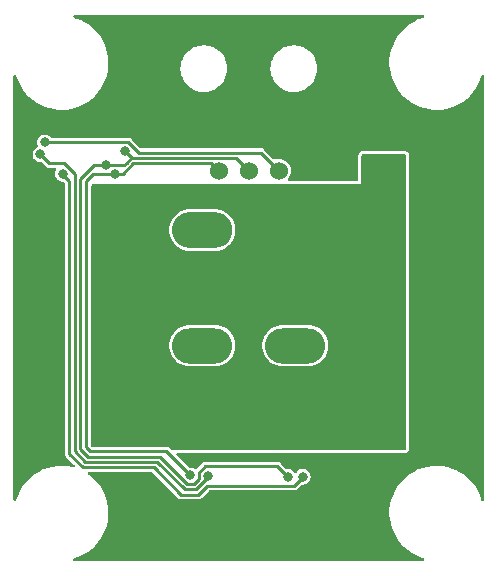
<source format=gbr>
%TF.GenerationSoftware,KiCad,Pcbnew,7.0.7*%
%TF.CreationDate,2023-11-05T22:28:57-06:00*%
%TF.ProjectId,BrushedMOCO_Breakout,42727573-6865-4644-9d4f-434f5f427265,rev?*%
%TF.SameCoordinates,Original*%
%TF.FileFunction,Copper,L2,Bot*%
%TF.FilePolarity,Positive*%
%FSLAX46Y46*%
G04 Gerber Fmt 4.6, Leading zero omitted, Abs format (unit mm)*
G04 Created by KiCad (PCBNEW 7.0.7) date 2023-11-05 22:28:57*
%MOMM*%
%LPD*%
G01*
G04 APERTURE LIST*
%TA.AperFunction,ComponentPad*%
%ADD10C,1.524000*%
%TD*%
%TA.AperFunction,ComponentPad*%
%ADD11R,1.600000X1.600000*%
%TD*%
%TA.AperFunction,ComponentPad*%
%ADD12C,1.600000*%
%TD*%
%TA.AperFunction,ComponentPad*%
%ADD13O,5.100000X3.000000*%
%TD*%
%TA.AperFunction,ViaPad*%
%ADD14C,0.800000*%
%TD*%
%TA.AperFunction,Conductor*%
%ADD15C,0.254000*%
%TD*%
G04 APERTURE END LIST*
D10*
%TO.P,Conn3,1*%
%TO.N,PWM_RVS*%
X118999000Y-90678000D03*
%TO.P,Conn3,2*%
%TO.N,PWM_FWD*%
X121539000Y-90678000D03*
%TO.P,Conn3,3*%
%TO.N,+3V3*%
X124079000Y-90678000D03*
%TD*%
D11*
%TO.P,C1,1*%
%TO.N,+12V*%
X132842000Y-90424000D03*
D12*
%TO.P,C1,2*%
%TO.N,GND*%
X132842000Y-87924000D03*
%TD*%
D13*
%TO.P,Conn1,1,GND*%
%TO.N,GND*%
X117602000Y-95693200D03*
%TO.P,Conn1,2,V+Log*%
%TO.N,+12V*%
X125476000Y-95693200D03*
%TD*%
%TO.P,Conn2,1,GND*%
%TO.N,/M+*%
X125476000Y-105474800D03*
%TO.P,Conn2,2,V+Log*%
%TO.N,/M-*%
X117602000Y-105474800D03*
%TD*%
D14*
%TO.N,GND*%
X127381000Y-116586000D03*
%TO.N,PWM_FWD*%
X111025500Y-88991500D03*
X124841000Y-116586000D03*
X109474000Y-90170000D03*
%TO.N,PWM_RVS*%
X116586000Y-116459000D03*
X110236000Y-90932000D03*
%TO.N,+3V3*%
X104267000Y-88265000D03*
%TO.N,+12V*%
X116205000Y-113160000D03*
X129921000Y-109982000D03*
X133731000Y-113538000D03*
X131191000Y-113538000D03*
X113157000Y-113538000D03*
X131191000Y-109982000D03*
X129921000Y-113538000D03*
X111887000Y-113538000D03*
X133731000Y-109982000D03*
X109347000Y-113538000D03*
X111887000Y-109982000D03*
X123063000Y-113160000D03*
X113157000Y-109982000D03*
X132461000Y-113538000D03*
X110617000Y-109982000D03*
X132461000Y-109982000D03*
X109347000Y-109982000D03*
X110617000Y-113538000D03*
%TO.N,Net-(U3-LIN)*%
X103886000Y-89281000D03*
X118110000Y-116516786D03*
%TO.N,Net-(U2-LIN)*%
X105791000Y-90932000D03*
X126111000Y-116586000D03*
%TD*%
D15*
%TO.N,PWM_FWD*%
X111623000Y-89589000D02*
X120450000Y-89589000D01*
X116887134Y-117186000D02*
X117313000Y-116760134D01*
X116284866Y-117186000D02*
X116887134Y-117186000D01*
X109474000Y-90170000D02*
X108450948Y-90170000D01*
X110998000Y-90170000D02*
X111188500Y-89979500D01*
X111579000Y-89589000D02*
X111188500Y-89979500D01*
X120450000Y-89589000D02*
X121539000Y-90678000D01*
X109474000Y-90170000D02*
X110998000Y-90170000D01*
X111623000Y-89589000D02*
X111579000Y-89589000D01*
X117313000Y-116240000D02*
X117856000Y-115697000D01*
X117313000Y-116760134D02*
X117313000Y-116240000D01*
X111025500Y-88991500D02*
X111623000Y-89589000D01*
X117856000Y-115697000D02*
X123952000Y-115697000D01*
X123952000Y-115697000D02*
X124841000Y-116586000D01*
X107888948Y-114881000D02*
X113979866Y-114881000D01*
X107261000Y-114253053D02*
X107888948Y-114881000D01*
X107261000Y-91359948D02*
X107261000Y-114253053D01*
X113979866Y-114881000D02*
X116284866Y-117186000D01*
X108450948Y-90170000D02*
X107261000Y-91359948D01*
%TO.N,PWM_RVS*%
X108077000Y-114427000D02*
X114554000Y-114427000D01*
X110878052Y-90932000D02*
X111767052Y-90043000D01*
X110236000Y-90932000D02*
X108331000Y-90932000D01*
X107715000Y-114065000D02*
X108077000Y-114427000D01*
X107715000Y-91548000D02*
X107715000Y-114065000D01*
X110236000Y-90932000D02*
X110878052Y-90932000D01*
X114554000Y-114427000D02*
X116586000Y-116459000D01*
X118364000Y-90043000D02*
X118999000Y-90678000D01*
X111767052Y-90043000D02*
X118364000Y-90043000D01*
X108331000Y-90932000D02*
X107715000Y-91548000D01*
%TO.N,+3V3*%
X104267000Y-88265000D02*
X106807000Y-88265000D01*
X112197134Y-89135000D02*
X122536000Y-89135000D01*
X111326634Y-88264500D02*
X112197134Y-89135000D01*
X106807500Y-88264500D02*
X111326634Y-88264500D01*
X122536000Y-89135000D02*
X124079000Y-90678000D01*
X106807000Y-88265000D02*
X106807500Y-88264500D01*
%TO.N,Net-(U3-LIN)*%
X107701079Y-115335186D02*
X113792000Y-115335186D01*
X106807000Y-114441106D02*
X107701079Y-115335186D01*
X105930134Y-90043000D02*
X106807000Y-90919866D01*
X113792000Y-115335186D02*
X116096814Y-117640000D01*
X106807000Y-90919866D02*
X106807000Y-114441106D01*
X117075187Y-117640000D02*
X118110000Y-116605187D01*
X118110000Y-116605187D02*
X118110000Y-116516786D01*
X103886000Y-89281000D02*
X104648000Y-90043000D01*
X104648000Y-90043000D02*
X105930134Y-90043000D01*
X116096814Y-117640000D02*
X117075187Y-117640000D01*
%TO.N,Net-(U2-LIN)*%
X106353000Y-114629158D02*
X106353000Y-91567000D01*
X106353000Y-91567000D02*
X105791000Y-91005000D01*
X105791000Y-91005000D02*
X105791000Y-90932000D01*
X126111000Y-116586000D02*
X125349000Y-117348000D01*
X113495948Y-115789000D02*
X107512842Y-115789000D01*
X117263239Y-118094000D02*
X115800948Y-118094000D01*
X118009239Y-117348000D02*
X117263239Y-118094000D01*
X107512842Y-115789000D02*
X106353000Y-114629158D01*
X125349000Y-117348000D02*
X118009239Y-117348000D01*
X115800948Y-118094000D02*
X113495948Y-115789000D01*
%TD*%
%TA.AperFunction,Conductor*%
%TO.N,GND*%
G36*
X136346238Y-77490185D02*
G01*
X136391993Y-77542989D01*
X136401937Y-77612147D01*
X136372912Y-77675703D01*
X136314134Y-77713477D01*
X136309797Y-77714666D01*
X136241272Y-77732114D01*
X135868549Y-77867774D01*
X135511191Y-78039869D01*
X135172753Y-78246684D01*
X135172742Y-78246692D01*
X134856575Y-78486180D01*
X134856572Y-78486182D01*
X134565813Y-78755968D01*
X134303365Y-79053359D01*
X134071839Y-79375393D01*
X134071826Y-79375413D01*
X133873516Y-79718896D01*
X133710382Y-80080437D01*
X133584059Y-80456419D01*
X133495799Y-80843111D01*
X133446478Y-81236681D01*
X133436590Y-81633173D01*
X133436590Y-81633187D01*
X133466230Y-82028711D01*
X133466231Y-82028724D01*
X133535108Y-82419339D01*
X133642530Y-82801137D01*
X133642534Y-82801151D01*
X133787435Y-83170353D01*
X133787440Y-83170365D01*
X133968386Y-83523314D01*
X133968397Y-83523333D01*
X133978385Y-83538797D01*
X134183586Y-83856509D01*
X134252018Y-83942320D01*
X134430895Y-84166625D01*
X134707823Y-84450544D01*
X134707833Y-84450554D01*
X135011676Y-84705508D01*
X135339394Y-84928942D01*
X135687730Y-85118636D01*
X136053223Y-85272704D01*
X136053232Y-85272706D01*
X136053238Y-85272709D01*
X136432235Y-85389614D01*
X136432248Y-85389617D01*
X136820999Y-85468205D01*
X136821014Y-85468208D01*
X137159299Y-85502058D01*
X137215680Y-85507700D01*
X137215681Y-85507700D01*
X137513103Y-85507700D01*
X137711130Y-85497816D01*
X137810145Y-85492875D01*
X138202353Y-85433759D01*
X138586726Y-85335886D01*
X138959445Y-85200228D01*
X139316803Y-85028133D01*
X139655251Y-84821312D01*
X139971424Y-84581820D01*
X140262181Y-84312037D01*
X140524631Y-84014645D01*
X140756166Y-83692600D01*
X140954485Y-83349101D01*
X141117617Y-82987563D01*
X141235957Y-82635340D01*
X141275968Y-82578061D01*
X141340594Y-82551506D01*
X141409318Y-82564107D01*
X141460321Y-82611862D01*
X141477500Y-82674833D01*
X141477500Y-118506243D01*
X141457815Y-118573282D01*
X141405011Y-118619037D01*
X141335853Y-118628981D01*
X141272297Y-118599956D01*
X141234523Y-118541178D01*
X141234135Y-118539827D01*
X141185469Y-118366862D01*
X141185465Y-118366848D01*
X141040564Y-117997646D01*
X141040559Y-117997634D01*
X140859613Y-117644685D01*
X140859609Y-117644677D01*
X140644414Y-117311491D01*
X140397114Y-117001386D01*
X140397111Y-117001383D01*
X140397104Y-117001374D01*
X140120176Y-116717455D01*
X140120173Y-116717452D01*
X140120172Y-116717451D01*
X140120167Y-116717446D01*
X139816324Y-116462492D01*
X139664535Y-116359004D01*
X139488605Y-116239057D01*
X139362713Y-116170500D01*
X139140270Y-116049364D01*
X139140262Y-116049360D01*
X139140259Y-116049359D01*
X138774777Y-115895296D01*
X138774761Y-115895290D01*
X138395764Y-115778385D01*
X138395751Y-115778382D01*
X138007000Y-115699794D01*
X138006979Y-115699791D01*
X137612320Y-115660300D01*
X137612319Y-115660300D01*
X137314899Y-115660300D01*
X137314897Y-115660300D01*
X137017855Y-115675124D01*
X136625647Y-115734241D01*
X136241272Y-115832114D01*
X135868549Y-115967774D01*
X135511191Y-116139869D01*
X135172753Y-116346684D01*
X135172742Y-116346692D01*
X134856575Y-116586180D01*
X134856572Y-116586182D01*
X134565813Y-116855968D01*
X134303365Y-117153359D01*
X134071839Y-117475393D01*
X134071826Y-117475413D01*
X133873516Y-117818896D01*
X133710382Y-118180437D01*
X133584059Y-118556419D01*
X133495799Y-118943111D01*
X133446478Y-119336681D01*
X133436590Y-119733173D01*
X133436590Y-119733187D01*
X133466230Y-120128711D01*
X133466231Y-120128724D01*
X133535108Y-120519339D01*
X133642530Y-120901137D01*
X133642534Y-120901151D01*
X133787435Y-121270353D01*
X133787440Y-121270365D01*
X133968386Y-121623314D01*
X133968391Y-121623323D01*
X134183586Y-121956509D01*
X134430886Y-122266614D01*
X134430895Y-122266625D01*
X134707823Y-122550544D01*
X134707833Y-122550554D01*
X135011676Y-122805508D01*
X135339394Y-123028942D01*
X135687730Y-123218636D01*
X136053223Y-123372704D01*
X136053232Y-123372706D01*
X136053238Y-123372709D01*
X136320048Y-123455009D01*
X136378307Y-123493579D01*
X136406464Y-123557524D01*
X136395581Y-123626541D01*
X136349113Y-123678717D01*
X136283498Y-123697500D01*
X106798801Y-123697500D01*
X106731762Y-123677815D01*
X106686007Y-123625011D01*
X106676063Y-123555853D01*
X106705088Y-123492297D01*
X106763866Y-123454523D01*
X106768203Y-123453334D01*
X106836726Y-123435886D01*
X107209445Y-123300228D01*
X107566803Y-123128133D01*
X107905251Y-122921312D01*
X108221424Y-122681820D01*
X108512181Y-122412037D01*
X108774631Y-122114645D01*
X109006166Y-121792600D01*
X109204485Y-121449101D01*
X109367617Y-121087563D01*
X109493941Y-120711578D01*
X109582201Y-120324885D01*
X109631521Y-119931325D01*
X109636462Y-119733173D01*
X109641409Y-119534826D01*
X109641409Y-119534810D01*
X109641408Y-119534809D01*
X109611769Y-119139280D01*
X109542893Y-118748668D01*
X109506420Y-118619037D01*
X109466405Y-118476815D01*
X109435467Y-118366854D01*
X109431188Y-118355952D01*
X109290564Y-117997646D01*
X109290559Y-117997634D01*
X109109613Y-117644685D01*
X109109609Y-117644677D01*
X108894414Y-117311491D01*
X108647114Y-117001386D01*
X108647111Y-117001383D01*
X108647104Y-117001374D01*
X108370176Y-116717455D01*
X108370173Y-116717452D01*
X108370172Y-116717451D01*
X108370167Y-116717446D01*
X108066324Y-116462492D01*
X107970196Y-116396953D01*
X107925896Y-116342925D01*
X107917836Y-116273522D01*
X107948579Y-116210779D01*
X108008363Y-116174617D01*
X108040049Y-116170500D01*
X113286564Y-116170500D01*
X113353603Y-116190185D01*
X113374245Y-116206819D01*
X115494110Y-118326684D01*
X115510237Y-118346543D01*
X115516384Y-118355952D01*
X115516386Y-118355954D01*
X115516387Y-118355955D01*
X115516388Y-118355956D01*
X115544904Y-118378150D01*
X115550656Y-118383230D01*
X115553539Y-118386113D01*
X115572837Y-118399891D01*
X115616863Y-118434158D01*
X115616865Y-118434158D01*
X115623887Y-118437959D01*
X115631073Y-118441471D01*
X115631078Y-118441475D01*
X115684537Y-118457390D01*
X115737287Y-118475500D01*
X115737288Y-118475500D01*
X115745170Y-118476815D01*
X115753105Y-118477804D01*
X115753106Y-118477805D01*
X115753106Y-118477804D01*
X115753107Y-118477805D01*
X115780968Y-118476652D01*
X115808832Y-118475500D01*
X117210812Y-118475500D01*
X117236257Y-118478139D01*
X117240200Y-118478965D01*
X117247256Y-118480445D01*
X117265815Y-118478131D01*
X117283105Y-118475977D01*
X117290781Y-118475500D01*
X117294847Y-118475500D01*
X117294850Y-118475500D01*
X117318243Y-118471596D01*
X117373599Y-118464696D01*
X117381252Y-118462416D01*
X117388821Y-118459818D01*
X117388825Y-118459818D01*
X117437880Y-118433270D01*
X117487985Y-118408776D01*
X117487986Y-118408774D01*
X117494502Y-118404122D01*
X117500797Y-118399223D01*
X117500798Y-118399221D01*
X117500801Y-118399220D01*
X117538580Y-118358180D01*
X118130941Y-117765819D01*
X118192265Y-117732334D01*
X118218623Y-117729500D01*
X125296573Y-117729500D01*
X125322018Y-117732139D01*
X125325961Y-117732965D01*
X125333017Y-117734445D01*
X125351576Y-117732131D01*
X125368866Y-117729977D01*
X125376542Y-117729500D01*
X125380608Y-117729500D01*
X125380611Y-117729500D01*
X125404004Y-117725596D01*
X125459360Y-117718696D01*
X125467013Y-117716416D01*
X125474582Y-117713818D01*
X125474586Y-117713818D01*
X125523641Y-117687270D01*
X125573746Y-117662776D01*
X125573747Y-117662774D01*
X125580263Y-117658122D01*
X125586558Y-117653223D01*
X125586559Y-117653221D01*
X125586562Y-117653220D01*
X125624341Y-117612180D01*
X125959702Y-117276819D01*
X126021025Y-117243334D01*
X126047383Y-117240500D01*
X126190472Y-117240500D01*
X126241911Y-117227820D01*
X126344793Y-117202463D01*
X126485529Y-117128599D01*
X126604498Y-117023201D01*
X126694787Y-116892395D01*
X126751149Y-116743782D01*
X126770307Y-116586000D01*
X126751149Y-116428218D01*
X126694787Y-116279605D01*
X126604498Y-116148799D01*
X126604495Y-116148796D01*
X126604493Y-116148794D01*
X126485530Y-116043401D01*
X126344791Y-115969536D01*
X126190472Y-115931500D01*
X126190471Y-115931500D01*
X126031529Y-115931500D01*
X126031528Y-115931500D01*
X125877208Y-115969536D01*
X125736469Y-116043401D01*
X125617506Y-116148794D01*
X125617500Y-116148801D01*
X125578050Y-116205955D01*
X125523767Y-116249945D01*
X125454318Y-116257605D01*
X125391754Y-116226501D01*
X125373950Y-116205955D01*
X125334499Y-116148801D01*
X125334498Y-116148799D01*
X125334495Y-116148796D01*
X125334493Y-116148794D01*
X125215530Y-116043401D01*
X125074791Y-115969536D01*
X124920472Y-115931500D01*
X124920471Y-115931500D01*
X124777384Y-115931500D01*
X124710345Y-115911815D01*
X124689703Y-115895181D01*
X124258833Y-115464310D01*
X124242705Y-115444450D01*
X124236560Y-115435044D01*
X124208049Y-115412853D01*
X124202287Y-115407764D01*
X124199409Y-115404886D01*
X124180099Y-115391099D01*
X124158091Y-115373970D01*
X124136086Y-115356842D01*
X124129070Y-115353045D01*
X124121872Y-115349526D01*
X124121870Y-115349525D01*
X124121867Y-115349524D01*
X124068413Y-115333609D01*
X124015662Y-115315499D01*
X124007779Y-115314184D01*
X123999839Y-115313194D01*
X123946167Y-115315415D01*
X123944116Y-115315500D01*
X117908427Y-115315500D01*
X117882982Y-115312861D01*
X117871984Y-115310555D01*
X117871980Y-115310555D01*
X117836134Y-115315023D01*
X117828458Y-115315500D01*
X117824389Y-115315500D01*
X117816590Y-115316801D01*
X117800993Y-115319403D01*
X117745644Y-115326302D01*
X117737966Y-115328588D01*
X117730413Y-115331181D01*
X117681359Y-115357728D01*
X117631252Y-115382225D01*
X117624742Y-115386872D01*
X117618435Y-115391781D01*
X117580659Y-115432818D01*
X117114386Y-115899089D01*
X117053063Y-115932574D01*
X116983371Y-115927590D01*
X116967477Y-115919302D01*
X116967171Y-115919887D01*
X116819791Y-115842536D01*
X116665472Y-115804500D01*
X116665471Y-115804500D01*
X116522384Y-115804500D01*
X116455345Y-115784815D01*
X116434703Y-115768181D01*
X115437704Y-114771181D01*
X115404219Y-114709858D01*
X115409203Y-114640166D01*
X115451075Y-114584233D01*
X115516539Y-114559816D01*
X115525385Y-114559500D01*
X134749991Y-114559500D01*
X134750000Y-114559500D01*
X134805163Y-114553569D01*
X134841877Y-114545581D01*
X134856684Y-114542361D01*
X134856683Y-114542361D01*
X134870332Y-114538615D01*
X134883461Y-114535014D01*
X134971448Y-114484911D01*
X135024252Y-114439156D01*
X135056371Y-114405869D01*
X135103303Y-114316151D01*
X135122988Y-114249112D01*
X135133500Y-114176000D01*
X135133500Y-89405000D01*
X135127569Y-89349837D01*
X135116363Y-89298326D01*
X135116361Y-89298317D01*
X135116360Y-89298316D01*
X135109013Y-89271536D01*
X135081239Y-89222763D01*
X135058911Y-89183552D01*
X135013156Y-89130748D01*
X134979869Y-89098629D01*
X134890151Y-89051697D01*
X134890150Y-89051696D01*
X134890147Y-89051695D01*
X134823117Y-89032013D01*
X134823105Y-89032010D01*
X134750001Y-89021500D01*
X134750000Y-89021500D01*
X131188000Y-89021500D01*
X131187991Y-89021500D01*
X131132838Y-89027430D01*
X131081316Y-89038639D01*
X131081317Y-89038639D01*
X131054536Y-89045986D01*
X130966553Y-89096088D01*
X130935244Y-89123218D01*
X130913748Y-89141844D01*
X130896563Y-89159653D01*
X130881630Y-89175129D01*
X130834695Y-89264852D01*
X130815013Y-89331882D01*
X130815010Y-89331894D01*
X130804500Y-89404998D01*
X130804500Y-91437500D01*
X130784815Y-91504539D01*
X130732011Y-91550294D01*
X130680500Y-91561500D01*
X124931095Y-91561500D01*
X124864056Y-91541815D01*
X124818301Y-91489011D01*
X124808357Y-91419853D01*
X124835241Y-91358836D01*
X124838430Y-91354949D01*
X124928278Y-91245469D01*
X125022667Y-91068880D01*
X125080792Y-90877269D01*
X125100418Y-90678000D01*
X125080792Y-90478731D01*
X125022667Y-90287120D01*
X125018046Y-90278475D01*
X124928281Y-90110536D01*
X124928280Y-90110534D01*
X124928278Y-90110531D01*
X124843165Y-90006819D01*
X124801252Y-89955747D01*
X124690406Y-89864780D01*
X124646469Y-89828722D01*
X124646465Y-89828720D01*
X124646463Y-89828718D01*
X124469881Y-89734333D01*
X124278271Y-89676208D01*
X124079000Y-89656582D01*
X123879732Y-89676207D01*
X123749064Y-89715845D01*
X123679197Y-89716468D01*
X123625388Y-89684865D01*
X122842833Y-88902310D01*
X122826705Y-88882450D01*
X122826060Y-88881463D01*
X122820560Y-88873044D01*
X122792049Y-88850853D01*
X122786287Y-88845764D01*
X122783409Y-88842886D01*
X122764099Y-88829099D01*
X122742092Y-88811970D01*
X122720086Y-88794842D01*
X122713070Y-88791045D01*
X122705872Y-88787526D01*
X122705870Y-88787525D01*
X122705867Y-88787524D01*
X122652413Y-88771609D01*
X122599662Y-88753499D01*
X122591779Y-88752184D01*
X122583839Y-88751194D01*
X122530167Y-88753415D01*
X122528116Y-88753500D01*
X112406518Y-88753500D01*
X112339479Y-88733815D01*
X112318837Y-88717181D01*
X111633467Y-88031810D01*
X111617339Y-88011950D01*
X111611194Y-88002544D01*
X111582683Y-87980353D01*
X111576921Y-87975264D01*
X111574043Y-87972386D01*
X111554733Y-87958599D01*
X111532726Y-87941470D01*
X111510720Y-87924342D01*
X111503704Y-87920545D01*
X111496506Y-87917026D01*
X111496504Y-87917025D01*
X111496501Y-87917024D01*
X111443047Y-87901109D01*
X111390296Y-87882999D01*
X111382413Y-87881684D01*
X111374473Y-87880694D01*
X111320801Y-87882915D01*
X111318750Y-87883000D01*
X106859927Y-87883000D01*
X106834482Y-87880361D01*
X106823484Y-87878055D01*
X106823480Y-87878055D01*
X106787634Y-87882523D01*
X106779958Y-87883000D01*
X106775888Y-87883000D01*
X106772409Y-87883288D01*
X106767288Y-87883500D01*
X104864026Y-87883500D01*
X104796987Y-87863815D01*
X104765519Y-87833369D01*
X104765471Y-87833413D01*
X104764909Y-87832779D01*
X104761977Y-87829942D01*
X104760499Y-87827801D01*
X104760498Y-87827799D01*
X104760494Y-87827796D01*
X104760493Y-87827794D01*
X104641530Y-87722401D01*
X104500791Y-87648536D01*
X104346472Y-87610500D01*
X104346471Y-87610500D01*
X104187529Y-87610500D01*
X104187528Y-87610500D01*
X104033208Y-87648536D01*
X103892469Y-87722401D01*
X103773506Y-87827794D01*
X103773500Y-87827801D01*
X103683214Y-87958602D01*
X103626850Y-88107218D01*
X103607693Y-88264999D01*
X103607693Y-88265000D01*
X103626850Y-88422781D01*
X103648094Y-88478797D01*
X103668571Y-88532787D01*
X103673938Y-88602449D01*
X103640791Y-88663956D01*
X103610255Y-88686554D01*
X103511472Y-88738399D01*
X103511470Y-88738401D01*
X103392506Y-88843794D01*
X103392500Y-88843801D01*
X103302214Y-88974602D01*
X103245850Y-89123218D01*
X103226693Y-89280999D01*
X103226693Y-89281000D01*
X103245850Y-89438781D01*
X103302214Y-89587397D01*
X103369492Y-89684865D01*
X103392502Y-89718201D01*
X103392504Y-89718203D01*
X103392506Y-89718205D01*
X103511469Y-89823598D01*
X103511471Y-89823599D01*
X103652207Y-89897463D01*
X103686060Y-89905807D01*
X103806528Y-89935500D01*
X103949616Y-89935500D01*
X104016655Y-89955185D01*
X104037296Y-89971818D01*
X104218430Y-90152953D01*
X104341165Y-90275688D01*
X104357293Y-90295548D01*
X104363438Y-90304954D01*
X104363439Y-90304955D01*
X104363440Y-90304956D01*
X104391944Y-90327141D01*
X104397701Y-90332224D01*
X104400591Y-90335114D01*
X104419898Y-90348898D01*
X104463915Y-90383158D01*
X104463921Y-90383160D01*
X104470950Y-90386964D01*
X104478128Y-90390473D01*
X104478131Y-90390475D01*
X104531582Y-90406388D01*
X104584339Y-90424500D01*
X104584342Y-90424500D01*
X104592223Y-90425815D01*
X104600158Y-90426804D01*
X104600159Y-90426805D01*
X104600159Y-90426804D01*
X104600160Y-90426805D01*
X104628021Y-90425652D01*
X104655884Y-90424500D01*
X105109763Y-90424500D01*
X105176802Y-90444185D01*
X105222557Y-90496989D01*
X105232501Y-90566147D01*
X105211815Y-90618938D01*
X105207214Y-90625603D01*
X105150850Y-90774218D01*
X105131693Y-90931999D01*
X105131693Y-90932000D01*
X105150850Y-91089781D01*
X105191203Y-91196180D01*
X105206767Y-91237220D01*
X105207214Y-91238397D01*
X105259054Y-91313499D01*
X105297502Y-91369201D01*
X105297504Y-91369203D01*
X105297506Y-91369205D01*
X105416469Y-91474598D01*
X105416471Y-91474599D01*
X105557207Y-91548463D01*
X105610100Y-91561500D01*
X105711528Y-91586500D01*
X105711529Y-91586500D01*
X105781614Y-91586500D01*
X105848653Y-91606185D01*
X105869295Y-91622818D01*
X105935181Y-91688703D01*
X105968666Y-91750026D01*
X105971500Y-91776385D01*
X105971500Y-114576730D01*
X105968861Y-114602178D01*
X105966554Y-114613175D01*
X105971023Y-114649023D01*
X105971500Y-114656699D01*
X105971500Y-114660769D01*
X105974427Y-114678313D01*
X105975403Y-114684163D01*
X105982304Y-114739519D01*
X105984580Y-114747167D01*
X105987181Y-114754743D01*
X106013729Y-114803799D01*
X106038224Y-114853905D01*
X106042869Y-114860411D01*
X106047781Y-114866722D01*
X106088819Y-114904499D01*
X106752334Y-115568014D01*
X106785819Y-115629337D01*
X106780835Y-115699028D01*
X106738964Y-115754962D01*
X106673499Y-115779379D01*
X106640083Y-115777236D01*
X106257000Y-115699794D01*
X106256979Y-115699791D01*
X105862320Y-115660300D01*
X105862319Y-115660300D01*
X105564899Y-115660300D01*
X105564897Y-115660300D01*
X105267855Y-115675124D01*
X104875647Y-115734241D01*
X104491272Y-115832114D01*
X104118549Y-115967774D01*
X103761191Y-116139869D01*
X103422753Y-116346684D01*
X103422742Y-116346692D01*
X103106575Y-116586180D01*
X103106572Y-116586182D01*
X102815813Y-116855968D01*
X102553365Y-117153359D01*
X102321839Y-117475393D01*
X102321826Y-117475413D01*
X102123516Y-117818896D01*
X101960382Y-118180437D01*
X101842043Y-118532658D01*
X101802032Y-118589938D01*
X101737406Y-118616493D01*
X101668682Y-118603892D01*
X101617679Y-118556137D01*
X101600500Y-118493166D01*
X101600500Y-82661756D01*
X101620185Y-82594717D01*
X101672989Y-82548962D01*
X101742147Y-82539018D01*
X101805703Y-82568043D01*
X101843477Y-82626821D01*
X101843865Y-82628172D01*
X101892530Y-82801137D01*
X101892534Y-82801151D01*
X102037435Y-83170353D01*
X102037440Y-83170365D01*
X102218386Y-83523314D01*
X102218397Y-83523333D01*
X102228385Y-83538797D01*
X102433586Y-83856509D01*
X102502018Y-83942320D01*
X102680895Y-84166625D01*
X102957823Y-84450544D01*
X102957833Y-84450554D01*
X103261676Y-84705508D01*
X103589394Y-84928942D01*
X103937730Y-85118636D01*
X104303223Y-85272704D01*
X104303232Y-85272706D01*
X104303238Y-85272709D01*
X104682235Y-85389614D01*
X104682248Y-85389617D01*
X105070999Y-85468205D01*
X105071014Y-85468208D01*
X105409299Y-85502058D01*
X105465680Y-85507700D01*
X105465681Y-85507700D01*
X105763103Y-85507700D01*
X105961130Y-85497816D01*
X106060145Y-85492875D01*
X106452353Y-85433759D01*
X106836726Y-85335886D01*
X107209445Y-85200228D01*
X107566803Y-85028133D01*
X107905251Y-84821312D01*
X108221424Y-84581820D01*
X108512181Y-84312037D01*
X108774631Y-84014645D01*
X109006166Y-83692600D01*
X109204485Y-83349101D01*
X109367617Y-82987563D01*
X109493941Y-82611578D01*
X109582201Y-82224885D01*
X109605120Y-82042001D01*
X115748454Y-82042001D01*
X115768613Y-82323866D01*
X115827534Y-82594717D01*
X115828680Y-82599984D01*
X115851720Y-82661756D01*
X115927432Y-82864750D01*
X115927434Y-82864754D01*
X116062855Y-83112758D01*
X116062860Y-83112766D01*
X116232196Y-83338974D01*
X116232212Y-83338992D01*
X116432007Y-83538787D01*
X116432025Y-83538803D01*
X116658233Y-83708139D01*
X116658241Y-83708144D01*
X116906245Y-83843565D01*
X116906249Y-83843567D01*
X116906251Y-83843568D01*
X117171016Y-83942320D01*
X117309077Y-83972353D01*
X117447133Y-84002386D01*
X117447135Y-84002386D01*
X117447139Y-84002387D01*
X117658447Y-84017500D01*
X117799553Y-84017500D01*
X118010861Y-84002387D01*
X118286984Y-83942320D01*
X118551749Y-83843568D01*
X118799764Y-83708141D01*
X119025982Y-83538797D01*
X119225797Y-83338982D01*
X119395141Y-83112764D01*
X119530568Y-82864749D01*
X119629320Y-82599984D01*
X119689387Y-82323861D01*
X119709546Y-82042001D01*
X123368454Y-82042001D01*
X123388613Y-82323866D01*
X123447534Y-82594717D01*
X123448680Y-82599984D01*
X123471720Y-82661756D01*
X123547432Y-82864750D01*
X123547434Y-82864754D01*
X123682855Y-83112758D01*
X123682860Y-83112766D01*
X123852196Y-83338974D01*
X123852212Y-83338992D01*
X124052007Y-83538787D01*
X124052025Y-83538803D01*
X124278233Y-83708139D01*
X124278241Y-83708144D01*
X124526245Y-83843565D01*
X124526249Y-83843567D01*
X124526251Y-83843568D01*
X124791016Y-83942320D01*
X124929077Y-83972353D01*
X125067133Y-84002386D01*
X125067135Y-84002386D01*
X125067139Y-84002387D01*
X125278447Y-84017500D01*
X125419553Y-84017500D01*
X125630861Y-84002387D01*
X125906984Y-83942320D01*
X126171749Y-83843568D01*
X126419764Y-83708141D01*
X126645982Y-83538797D01*
X126845797Y-83338982D01*
X127015141Y-83112764D01*
X127150568Y-82864749D01*
X127249320Y-82599984D01*
X127309387Y-82323861D01*
X127329546Y-82042000D01*
X127328596Y-82028724D01*
X127314478Y-81831325D01*
X127309387Y-81760139D01*
X127249320Y-81484016D01*
X127150568Y-81219251D01*
X127117705Y-81159068D01*
X127015144Y-80971241D01*
X127015139Y-80971233D01*
X126845803Y-80745025D01*
X126845787Y-80745007D01*
X126645992Y-80545212D01*
X126645974Y-80545196D01*
X126419766Y-80375860D01*
X126419758Y-80375855D01*
X126171754Y-80240434D01*
X126171750Y-80240432D01*
X126071372Y-80202993D01*
X125906984Y-80141680D01*
X125906980Y-80141679D01*
X125906977Y-80141678D01*
X125630866Y-80081613D01*
X125419553Y-80066500D01*
X125278447Y-80066500D01*
X125067133Y-80081613D01*
X124791022Y-80141678D01*
X124791017Y-80141679D01*
X124791016Y-80141680D01*
X124727003Y-80165555D01*
X124526249Y-80240432D01*
X124526245Y-80240434D01*
X124278241Y-80375855D01*
X124278233Y-80375860D01*
X124052025Y-80545196D01*
X124052007Y-80545212D01*
X123852212Y-80745007D01*
X123852196Y-80745025D01*
X123682860Y-80971233D01*
X123682855Y-80971241D01*
X123547434Y-81219245D01*
X123547432Y-81219249D01*
X123448678Y-81484022D01*
X123388613Y-81760133D01*
X123368454Y-82041998D01*
X123368454Y-82042001D01*
X119709546Y-82042001D01*
X119709546Y-82042000D01*
X119708596Y-82028724D01*
X119694478Y-81831325D01*
X119689387Y-81760139D01*
X119629320Y-81484016D01*
X119530568Y-81219251D01*
X119497705Y-81159068D01*
X119395144Y-80971241D01*
X119395139Y-80971233D01*
X119225803Y-80745025D01*
X119225787Y-80745007D01*
X119025992Y-80545212D01*
X119025974Y-80545196D01*
X118799766Y-80375860D01*
X118799758Y-80375855D01*
X118551754Y-80240434D01*
X118551750Y-80240432D01*
X118451372Y-80202993D01*
X118286984Y-80141680D01*
X118286980Y-80141679D01*
X118286977Y-80141678D01*
X118010866Y-80081613D01*
X117799553Y-80066500D01*
X117658447Y-80066500D01*
X117447133Y-80081613D01*
X117171022Y-80141678D01*
X117171017Y-80141679D01*
X117171016Y-80141680D01*
X117107003Y-80165555D01*
X116906249Y-80240432D01*
X116906245Y-80240434D01*
X116658241Y-80375855D01*
X116658233Y-80375860D01*
X116432025Y-80545196D01*
X116432007Y-80545212D01*
X116232212Y-80745007D01*
X116232196Y-80745025D01*
X116062860Y-80971233D01*
X116062855Y-80971241D01*
X115927434Y-81219245D01*
X115927432Y-81219249D01*
X115828678Y-81484022D01*
X115768613Y-81760133D01*
X115748454Y-82041998D01*
X115748454Y-82042001D01*
X109605120Y-82042001D01*
X109631521Y-81831325D01*
X109638923Y-81534500D01*
X109641409Y-81434826D01*
X109641409Y-81434810D01*
X109634760Y-81346087D01*
X109611769Y-81039280D01*
X109542893Y-80648668D01*
X109513782Y-80545203D01*
X109479110Y-80421970D01*
X109435467Y-80266854D01*
X109425303Y-80240957D01*
X109290564Y-79897646D01*
X109290559Y-79897634D01*
X109109613Y-79544685D01*
X109109609Y-79544677D01*
X108894414Y-79211491D01*
X108647114Y-78901386D01*
X108647111Y-78901383D01*
X108647104Y-78901374D01*
X108370176Y-78617455D01*
X108370173Y-78617452D01*
X108370172Y-78617451D01*
X108370167Y-78617446D01*
X108066324Y-78362492D01*
X107961841Y-78291257D01*
X107738605Y-78139057D01*
X107622493Y-78075826D01*
X107390270Y-77949364D01*
X107390262Y-77949360D01*
X107390259Y-77949359D01*
X107024777Y-77795296D01*
X107024761Y-77795290D01*
X106757952Y-77712991D01*
X106699693Y-77674421D01*
X106671536Y-77610476D01*
X106682419Y-77541459D01*
X106728887Y-77489283D01*
X106794502Y-77470500D01*
X136279199Y-77470500D01*
X136346238Y-77490185D01*
G37*
%TD.AperFunction*%
%TA.AperFunction,Conductor*%
G36*
X118710237Y-94198372D02*
G01*
X118866175Y-94210056D01*
X118884490Y-94212817D01*
X119084819Y-94258540D01*
X119102528Y-94264002D01*
X119293828Y-94339080D01*
X119310527Y-94347122D01*
X119488473Y-94449859D01*
X119503787Y-94460299D01*
X119664450Y-94588424D01*
X119678029Y-94601024D01*
X119817794Y-94751656D01*
X119829346Y-94766142D01*
X119945104Y-94935927D01*
X119954371Y-94951978D01*
X120043525Y-95137110D01*
X120050296Y-95154361D01*
X120110863Y-95350715D01*
X120114987Y-95368783D01*
X120145615Y-95571977D01*
X120147000Y-95590459D01*
X120147000Y-95795939D01*
X120145615Y-95814421D01*
X120114987Y-96017615D01*
X120110863Y-96035683D01*
X120050296Y-96232037D01*
X120043525Y-96249288D01*
X119954371Y-96434420D01*
X119945104Y-96450471D01*
X119829346Y-96620256D01*
X119817792Y-96634745D01*
X119678032Y-96785371D01*
X119664446Y-96797977D01*
X119503786Y-96926099D01*
X119488473Y-96936539D01*
X119310525Y-97039277D01*
X119293828Y-97047318D01*
X119102547Y-97122391D01*
X119084836Y-97127854D01*
X118884495Y-97173580D01*
X118866171Y-97176342D01*
X118796330Y-97181576D01*
X118710253Y-97188027D01*
X118705637Y-97188200D01*
X116498367Y-97188200D01*
X116493750Y-97188027D01*
X116392658Y-97180451D01*
X116337833Y-97176343D01*
X116319508Y-97173581D01*
X116119164Y-97127854D01*
X116101454Y-97122391D01*
X115910170Y-97047318D01*
X115893472Y-97039277D01*
X115715525Y-96936539D01*
X115700212Y-96926099D01*
X115539552Y-96797977D01*
X115525966Y-96785371D01*
X115386202Y-96634741D01*
X115374652Y-96620256D01*
X115258894Y-96450471D01*
X115249627Y-96434420D01*
X115160473Y-96249289D01*
X115153702Y-96232038D01*
X115144920Y-96203570D01*
X115093130Y-96035672D01*
X115089011Y-96017622D01*
X115058385Y-95814426D01*
X115057000Y-95795946D01*
X115057000Y-95590449D01*
X115058385Y-95571969D01*
X115059608Y-95563853D01*
X115089009Y-95368779D01*
X115093127Y-95350735D01*
X115153706Y-95154348D01*
X115160466Y-95137122D01*
X115249631Y-94951969D01*
X115258886Y-94935938D01*
X115374656Y-94766134D01*
X115386195Y-94751665D01*
X115525970Y-94601023D01*
X115539553Y-94588421D01*
X115700224Y-94460290D01*
X115715509Y-94449869D01*
X115893480Y-94347116D01*
X115910164Y-94339081D01*
X116101461Y-94264003D01*
X116119145Y-94258549D01*
X116319511Y-94212816D01*
X116337829Y-94210055D01*
X116493744Y-94198372D01*
X116498360Y-94198200D01*
X118705622Y-94198200D01*
X118710237Y-94198372D01*
G37*
%TD.AperFunction*%
%TD*%
%TA.AperFunction,Conductor*%
%TO.N,+12V*%
G36*
X134817039Y-89300685D02*
G01*
X134862794Y-89353489D01*
X134874000Y-89405000D01*
X134874000Y-114176000D01*
X134854315Y-114243039D01*
X134801511Y-114288794D01*
X134750000Y-114300000D01*
X115017885Y-114300000D01*
X114950846Y-114280315D01*
X114930204Y-114263681D01*
X114860833Y-114194310D01*
X114844705Y-114174450D01*
X114838560Y-114165044D01*
X114810049Y-114142853D01*
X114804287Y-114137764D01*
X114801409Y-114134886D01*
X114782099Y-114121099D01*
X114760091Y-114103970D01*
X114738086Y-114086842D01*
X114731070Y-114083045D01*
X114723872Y-114079526D01*
X114723870Y-114079525D01*
X114723867Y-114079524D01*
X114670413Y-114063609D01*
X114617662Y-114045499D01*
X114609779Y-114044184D01*
X114601839Y-114043194D01*
X114548167Y-114045415D01*
X114546116Y-114045500D01*
X108328000Y-114045500D01*
X108260961Y-114025815D01*
X108215206Y-113973011D01*
X108204000Y-113921500D01*
X108204000Y-105606289D01*
X114797500Y-105606289D01*
X114836690Y-105866303D01*
X114836692Y-105866309D01*
X114914202Y-106117588D01*
X115028295Y-106354505D01*
X115028297Y-106354507D01*
X115028298Y-106354510D01*
X115176430Y-106571780D01*
X115355290Y-106764546D01*
X115560883Y-106928501D01*
X115788616Y-107059983D01*
X116033402Y-107156054D01*
X116289772Y-107214569D01*
X116289778Y-107214569D01*
X116289781Y-107214570D01*
X116486340Y-107229300D01*
X116486346Y-107229300D01*
X118717660Y-107229300D01*
X118914218Y-107214570D01*
X118914220Y-107214569D01*
X118914228Y-107214569D01*
X119170598Y-107156054D01*
X119415384Y-107059983D01*
X119643117Y-106928501D01*
X119848710Y-106764546D01*
X120027570Y-106571780D01*
X120175702Y-106354510D01*
X120289798Y-106117588D01*
X120367308Y-105866308D01*
X120406499Y-105606289D01*
X122671500Y-105606289D01*
X122710690Y-105866303D01*
X122710692Y-105866309D01*
X122788202Y-106117588D01*
X122902295Y-106354505D01*
X122902297Y-106354507D01*
X122902298Y-106354510D01*
X123050430Y-106571780D01*
X123229290Y-106764546D01*
X123434883Y-106928501D01*
X123662616Y-107059983D01*
X123907402Y-107156054D01*
X124163772Y-107214569D01*
X124163778Y-107214569D01*
X124163781Y-107214570D01*
X124360340Y-107229300D01*
X124360346Y-107229300D01*
X126591660Y-107229300D01*
X126788218Y-107214570D01*
X126788220Y-107214569D01*
X126788228Y-107214569D01*
X127044598Y-107156054D01*
X127289384Y-107059983D01*
X127517117Y-106928501D01*
X127722710Y-106764546D01*
X127901570Y-106571780D01*
X128049702Y-106354510D01*
X128163798Y-106117588D01*
X128241308Y-105866308D01*
X128280500Y-105606282D01*
X128280500Y-105343318D01*
X128241308Y-105083292D01*
X128163798Y-104832012D01*
X128049702Y-104595090D01*
X127901570Y-104377820D01*
X127722710Y-104185054D01*
X127517117Y-104021099D01*
X127289384Y-103889617D01*
X127044598Y-103793546D01*
X127044593Y-103793544D01*
X127044584Y-103793542D01*
X126826501Y-103743766D01*
X126788228Y-103735031D01*
X126788227Y-103735030D01*
X126788223Y-103735030D01*
X126788218Y-103735029D01*
X126591660Y-103720300D01*
X126591654Y-103720300D01*
X124360346Y-103720300D01*
X124360340Y-103720300D01*
X124163781Y-103735029D01*
X124163776Y-103735030D01*
X123907415Y-103793542D01*
X123907396Y-103793548D01*
X123662615Y-103889617D01*
X123434883Y-104021099D01*
X123229290Y-104185054D01*
X123229288Y-104185056D01*
X123050430Y-104377819D01*
X122902295Y-104595094D01*
X122788202Y-104832011D01*
X122710692Y-105083290D01*
X122710690Y-105083296D01*
X122671500Y-105343310D01*
X122671500Y-105606289D01*
X120406499Y-105606289D01*
X120406500Y-105606282D01*
X120406500Y-105343318D01*
X120367308Y-105083292D01*
X120289798Y-104832012D01*
X120175702Y-104595090D01*
X120027570Y-104377820D01*
X119848710Y-104185054D01*
X119643117Y-104021099D01*
X119415384Y-103889617D01*
X119170598Y-103793546D01*
X119170593Y-103793544D01*
X119170584Y-103793542D01*
X118952501Y-103743766D01*
X118914228Y-103735031D01*
X118914227Y-103735030D01*
X118914223Y-103735030D01*
X118914218Y-103735029D01*
X118717660Y-103720300D01*
X118717654Y-103720300D01*
X116486346Y-103720300D01*
X116486340Y-103720300D01*
X116289781Y-103735029D01*
X116289776Y-103735030D01*
X116033415Y-103793542D01*
X116033396Y-103793548D01*
X115788615Y-103889617D01*
X115560883Y-104021099D01*
X115355290Y-104185054D01*
X115355288Y-104185056D01*
X115176430Y-104377819D01*
X115028295Y-104595094D01*
X114914202Y-104832011D01*
X114836692Y-105083290D01*
X114836690Y-105083296D01*
X114797500Y-105343310D01*
X114797500Y-105606289D01*
X108204000Y-105606289D01*
X108204000Y-95824689D01*
X114797500Y-95824689D01*
X114836690Y-96084703D01*
X114836692Y-96084709D01*
X114914202Y-96335988D01*
X115028295Y-96572905D01*
X115028297Y-96572907D01*
X115028298Y-96572910D01*
X115176430Y-96790180D01*
X115355290Y-96982946D01*
X115560883Y-97146901D01*
X115788616Y-97278383D01*
X116033402Y-97374454D01*
X116289772Y-97432969D01*
X116289778Y-97432969D01*
X116289781Y-97432970D01*
X116486340Y-97447700D01*
X116486346Y-97447700D01*
X118717660Y-97447700D01*
X118914218Y-97432970D01*
X118914220Y-97432969D01*
X118914228Y-97432969D01*
X119170598Y-97374454D01*
X119415384Y-97278383D01*
X119643117Y-97146901D01*
X119848710Y-96982946D01*
X120027570Y-96790180D01*
X120175702Y-96572910D01*
X120289798Y-96335988D01*
X120367308Y-96084708D01*
X120406500Y-95824682D01*
X120406500Y-95561718D01*
X120367308Y-95301692D01*
X120289798Y-95050412D01*
X120175702Y-94813490D01*
X120027570Y-94596220D01*
X119848710Y-94403454D01*
X119643117Y-94239499D01*
X119415384Y-94108017D01*
X119170598Y-94011946D01*
X119170593Y-94011944D01*
X119170584Y-94011942D01*
X118952501Y-93962166D01*
X118914228Y-93953431D01*
X118914227Y-93953430D01*
X118914223Y-93953430D01*
X118914218Y-93953429D01*
X118717660Y-93938700D01*
X118717654Y-93938700D01*
X116486346Y-93938700D01*
X116486340Y-93938700D01*
X116289781Y-93953429D01*
X116289776Y-93953430D01*
X116033415Y-94011942D01*
X116033396Y-94011948D01*
X115788615Y-94108017D01*
X115560883Y-94239499D01*
X115355290Y-94403454D01*
X115355288Y-94403456D01*
X115176430Y-94596219D01*
X115028295Y-94813494D01*
X114914202Y-95050411D01*
X114836692Y-95301690D01*
X114836690Y-95301696D01*
X114797500Y-95561710D01*
X114797500Y-95824689D01*
X108204000Y-95824689D01*
X108204000Y-91945000D01*
X108223685Y-91877961D01*
X108276489Y-91832206D01*
X108328000Y-91821000D01*
X131064000Y-91821000D01*
X131064000Y-89405000D01*
X131083685Y-89337961D01*
X131136489Y-89292206D01*
X131188000Y-89281000D01*
X134750000Y-89281000D01*
X134817039Y-89300685D01*
G37*
%TD.AperFunction*%
%TD*%
M02*

</source>
